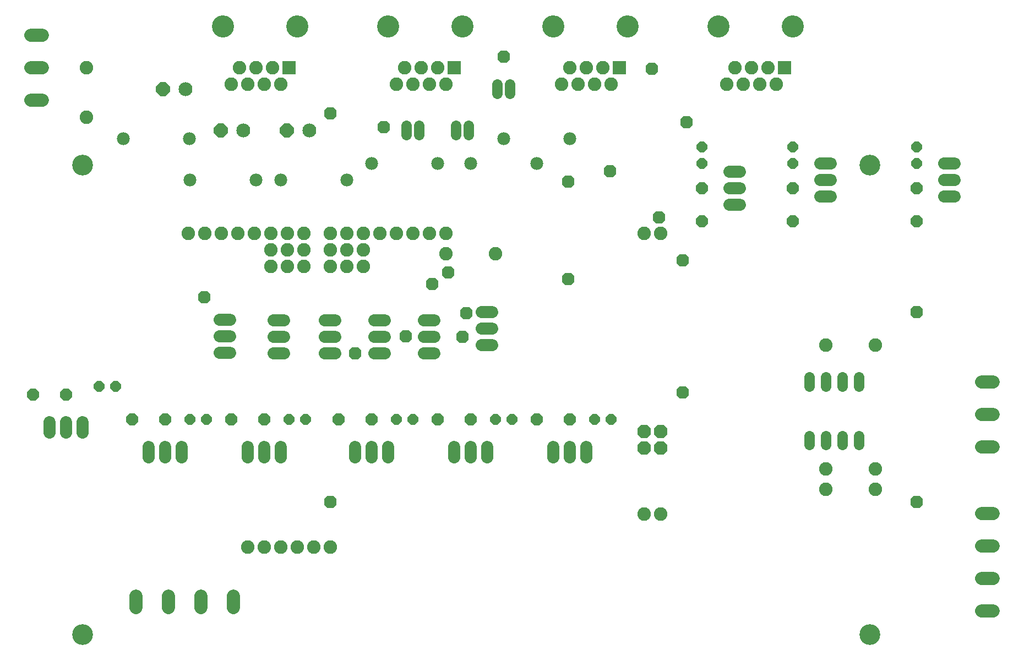
<source format=gbs>
G75*
%MOIN*%
%OFA0B0*%
%FSLAX25Y25*%
%IPPOS*%
%LPD*%
%AMOC8*
5,1,8,0,0,1.08239X$1,22.5*
%
%ADD10C,0.12611*%
%ADD11C,0.08200*%
%ADD12R,0.08200X0.08200*%
%ADD13C,0.13398*%
%ADD14OC8,0.08200*%
%ADD15C,0.08400*%
%ADD16OC8,0.08400*%
%ADD17OC8,0.07100*%
%ADD18OC8,0.06400*%
%ADD19C,0.07800*%
%ADD20C,0.07200*%
%ADD21C,0.06400*%
%ADD22C,0.07900*%
%ADD23OC8,0.07556*%
D10*
X0177044Y0125970D03*
X0177044Y0410616D03*
X0653816Y0410616D03*
X0653816Y0125970D03*
D11*
X0526965Y0199100D03*
X0516965Y0199100D03*
X0626965Y0214100D03*
X0626965Y0226600D03*
X0656965Y0226600D03*
X0656965Y0214100D03*
X0656965Y0301600D03*
X0626965Y0301600D03*
X0526965Y0369100D03*
X0516965Y0369100D03*
X0426965Y0356895D03*
X0396965Y0356895D03*
X0396965Y0369100D03*
X0386965Y0369100D03*
X0376965Y0369100D03*
X0366965Y0369100D03*
X0356965Y0369100D03*
X0346965Y0369100D03*
X0336965Y0369100D03*
X0326965Y0369100D03*
X0326965Y0359100D03*
X0336965Y0359100D03*
X0346965Y0359100D03*
X0346965Y0349100D03*
X0336965Y0349100D03*
X0326965Y0349100D03*
X0310965Y0349100D03*
X0300965Y0349100D03*
X0290965Y0349100D03*
X0290965Y0359100D03*
X0290965Y0369100D03*
X0280965Y0369100D03*
X0270965Y0369100D03*
X0260965Y0369100D03*
X0250965Y0369100D03*
X0240965Y0369100D03*
X0300965Y0369100D03*
X0300965Y0359100D03*
X0310965Y0359100D03*
X0310965Y0369100D03*
X0179465Y0439395D03*
X0179465Y0469395D03*
X0266965Y0459395D03*
X0276965Y0459395D03*
X0271965Y0469395D03*
X0281965Y0469395D03*
X0291965Y0469395D03*
X0286965Y0459395D03*
X0296965Y0459395D03*
X0366965Y0459395D03*
X0376965Y0459395D03*
X0386965Y0459395D03*
X0396965Y0459395D03*
X0391965Y0469395D03*
X0381965Y0469395D03*
X0371965Y0469395D03*
X0466965Y0459395D03*
X0476965Y0459395D03*
X0486965Y0459395D03*
X0496965Y0459395D03*
X0491965Y0469395D03*
X0481965Y0469395D03*
X0471965Y0469395D03*
X0566965Y0459395D03*
X0576965Y0459395D03*
X0586965Y0459395D03*
X0596965Y0459395D03*
X0591965Y0469395D03*
X0581965Y0469395D03*
X0571965Y0469395D03*
X0326965Y0179100D03*
X0316965Y0179100D03*
X0306965Y0179100D03*
X0296965Y0179100D03*
X0286965Y0179100D03*
X0276965Y0179100D03*
D12*
X0301965Y0469395D03*
X0401965Y0469395D03*
X0501965Y0469395D03*
X0601965Y0469395D03*
D13*
X0606965Y0494395D03*
X0561965Y0494395D03*
X0506965Y0494395D03*
X0461965Y0494395D03*
X0406965Y0494395D03*
X0361965Y0494395D03*
X0306965Y0494395D03*
X0261965Y0494395D03*
D14*
X0516965Y0249100D03*
X0526965Y0249100D03*
X0526965Y0239100D03*
X0516965Y0239100D03*
D15*
X0314465Y0431600D03*
X0274465Y0431600D03*
X0239465Y0456600D03*
D16*
X0225715Y0456600D03*
X0260715Y0431600D03*
X0300715Y0431600D03*
D17*
X0166965Y0271600D03*
X0146965Y0271600D03*
X0206965Y0256600D03*
X0226965Y0256600D03*
X0266965Y0256600D03*
X0286965Y0256600D03*
X0331965Y0256600D03*
X0351965Y0256600D03*
X0391965Y0256600D03*
X0411965Y0256600D03*
X0451965Y0256600D03*
X0471965Y0256600D03*
X0551965Y0376600D03*
X0551965Y0396600D03*
X0606965Y0396600D03*
X0606965Y0376600D03*
X0681965Y0376600D03*
X0681965Y0396600D03*
D18*
X0681965Y0411600D03*
X0681965Y0421600D03*
X0606965Y0421600D03*
X0606965Y0411600D03*
X0551965Y0411600D03*
X0551965Y0421600D03*
X0496965Y0256600D03*
X0486965Y0256600D03*
X0436965Y0256600D03*
X0426965Y0256600D03*
X0376965Y0256600D03*
X0366965Y0256600D03*
X0311965Y0256600D03*
X0301965Y0256600D03*
X0251965Y0256600D03*
X0241965Y0256600D03*
X0196965Y0276600D03*
X0186965Y0276600D03*
D19*
X0241965Y0401600D03*
X0281965Y0401600D03*
X0296965Y0401600D03*
X0336965Y0401600D03*
X0351965Y0411600D03*
X0391965Y0411600D03*
X0411965Y0411600D03*
X0431965Y0426600D03*
X0451965Y0411600D03*
X0471965Y0426600D03*
X0241670Y0426600D03*
X0201670Y0426600D03*
D20*
X0260015Y0316895D02*
X0266415Y0316895D01*
X0266415Y0306895D02*
X0260015Y0306895D01*
X0260015Y0296895D02*
X0266415Y0296895D01*
X0292765Y0296600D02*
X0299165Y0296600D01*
X0299165Y0306600D02*
X0292765Y0306600D01*
X0292765Y0316600D02*
X0299165Y0316600D01*
X0323765Y0316600D02*
X0330165Y0316600D01*
X0330165Y0306600D02*
X0323765Y0306600D01*
X0323765Y0296600D02*
X0330165Y0296600D01*
X0353765Y0296600D02*
X0360165Y0296600D01*
X0360165Y0306600D02*
X0353765Y0306600D01*
X0353765Y0316600D02*
X0360165Y0316600D01*
X0383765Y0316600D02*
X0390165Y0316600D01*
X0390165Y0306600D02*
X0383765Y0306600D01*
X0383765Y0296600D02*
X0390165Y0296600D01*
X0418765Y0301600D02*
X0425165Y0301600D01*
X0425165Y0311600D02*
X0418765Y0311600D01*
X0418765Y0321600D02*
X0425165Y0321600D01*
X0421965Y0239800D02*
X0421965Y0233400D01*
X0411965Y0233400D02*
X0411965Y0239800D01*
X0401965Y0239800D02*
X0401965Y0233400D01*
X0361965Y0233400D02*
X0361965Y0239800D01*
X0351965Y0239800D02*
X0351965Y0233400D01*
X0341965Y0233400D02*
X0341965Y0239800D01*
X0296965Y0239800D02*
X0296965Y0233400D01*
X0286965Y0233400D02*
X0286965Y0239800D01*
X0276965Y0239800D02*
X0276965Y0233400D01*
X0236965Y0233400D02*
X0236965Y0239800D01*
X0226965Y0239800D02*
X0226965Y0233400D01*
X0216965Y0233400D02*
X0216965Y0239800D01*
X0176965Y0248400D02*
X0176965Y0254800D01*
X0166965Y0254800D02*
X0166965Y0248400D01*
X0156965Y0248400D02*
X0156965Y0254800D01*
X0461965Y0239800D02*
X0461965Y0233400D01*
X0471965Y0233400D02*
X0471965Y0239800D01*
X0481965Y0239800D02*
X0481965Y0233400D01*
X0568765Y0386600D02*
X0575165Y0386600D01*
X0575165Y0396600D02*
X0568765Y0396600D01*
X0568765Y0406600D02*
X0575165Y0406600D01*
X0623765Y0401600D02*
X0630165Y0401600D01*
X0630165Y0391600D02*
X0623765Y0391600D01*
X0623765Y0411600D02*
X0630165Y0411600D01*
X0698765Y0411600D02*
X0705165Y0411600D01*
X0705165Y0401600D02*
X0698765Y0401600D01*
X0698765Y0391600D02*
X0705165Y0391600D01*
D21*
X0646965Y0282200D02*
X0646965Y0276600D01*
X0636965Y0276600D02*
X0636965Y0282200D01*
X0626965Y0282200D02*
X0626965Y0276600D01*
X0616965Y0276600D02*
X0616965Y0282200D01*
X0616965Y0246600D02*
X0616965Y0241000D01*
X0626965Y0241000D02*
X0626965Y0246600D01*
X0636965Y0246600D02*
X0636965Y0241000D01*
X0646965Y0241000D02*
X0646965Y0246600D01*
X0410715Y0428800D02*
X0410715Y0434400D01*
X0403215Y0434400D02*
X0403215Y0428800D01*
X0380715Y0428800D02*
X0380715Y0434400D01*
X0373215Y0434400D02*
X0373215Y0428800D01*
X0428215Y0453800D02*
X0428215Y0459400D01*
X0435715Y0459400D02*
X0435715Y0453800D01*
D22*
X0152936Y0449710D02*
X0145836Y0449710D01*
X0145836Y0469395D02*
X0152936Y0469395D01*
X0152936Y0489080D02*
X0145836Y0489080D01*
X0209457Y0149571D02*
X0209457Y0142471D01*
X0229142Y0142471D02*
X0229142Y0149571D01*
X0248827Y0149571D02*
X0248827Y0142471D01*
X0268512Y0142471D02*
X0268512Y0149571D01*
X0721407Y0140498D02*
X0728507Y0140498D01*
X0728507Y0160183D02*
X0721407Y0160183D01*
X0721407Y0179868D02*
X0728507Y0179868D01*
X0728507Y0199553D02*
X0721407Y0199553D01*
X0721486Y0239710D02*
X0728586Y0239710D01*
X0728586Y0259395D02*
X0721486Y0259395D01*
X0721486Y0279080D02*
X0728586Y0279080D01*
D23*
X0681965Y0321600D03*
X0540565Y0352800D03*
X0526165Y0378900D03*
X0496465Y0406800D03*
X0471065Y0400500D03*
X0542915Y0436400D03*
X0521665Y0468900D03*
X0432065Y0476100D03*
X0359315Y0433400D03*
X0327265Y0441900D03*
X0398590Y0345600D03*
X0388865Y0338400D03*
X0409390Y0320675D03*
X0406965Y0306600D03*
X0372665Y0306900D03*
X0341965Y0296600D03*
X0250665Y0330300D03*
X0326965Y0206600D03*
X0471065Y0341500D03*
X0540565Y0272700D03*
X0681965Y0206600D03*
M02*

</source>
